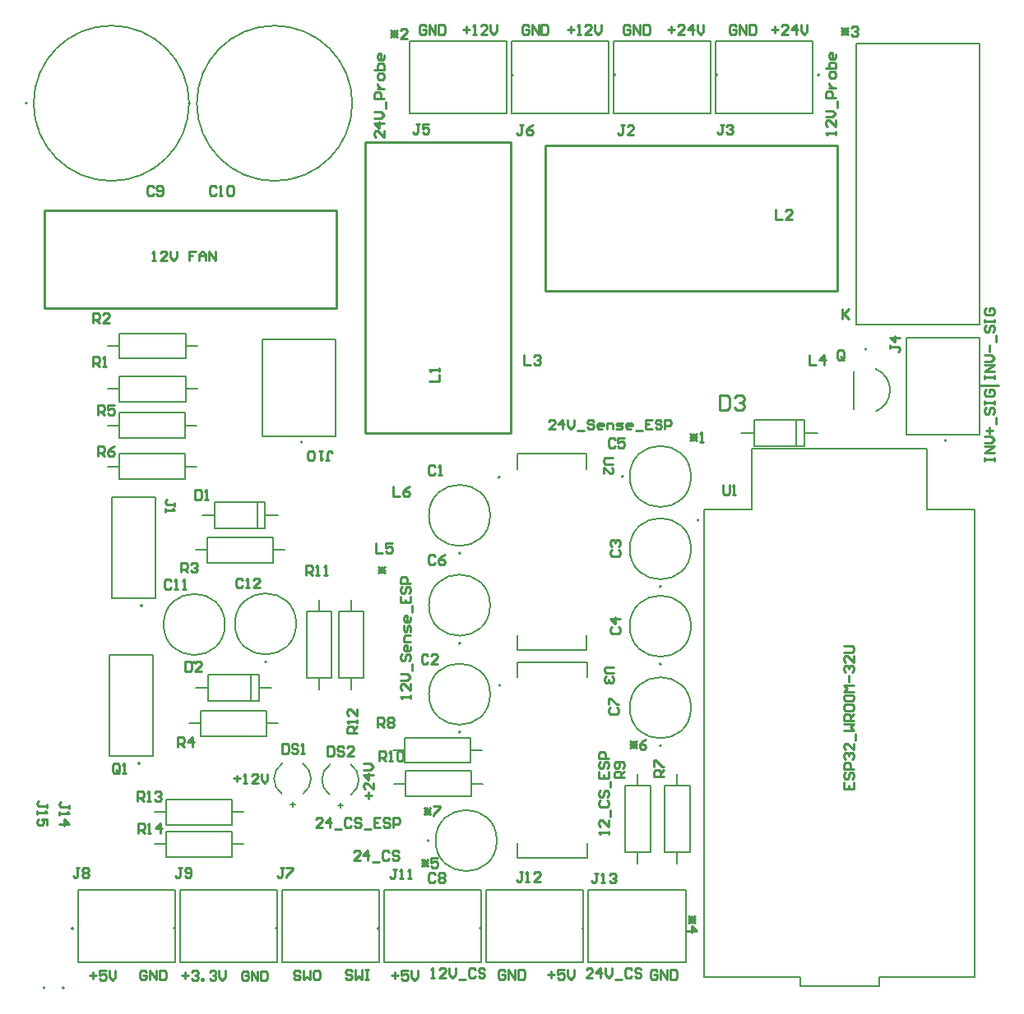
<source format=gto>
G04*
G04 #@! TF.GenerationSoftware,Altium Limited,Altium Designer,23.8.1 (32)*
G04*
G04 Layer_Color=65535*
%FSLAX44Y44*%
%MOMM*%
G71*
G04*
G04 #@! TF.SameCoordinates,2C0D8033-C631-4263-A1FA-4DCE3A031024*
G04*
G04*
G04 #@! TF.FilePolarity,Positive*
G04*
G01*
G75*
%ADD10C,0.2000*%
%ADD11C,0.1270*%
%ADD12C,0.2540*%
D10*
X1408280Y1213358D02*
G03*
X1408280Y1213358I-1000J0D01*
G01*
X1240520Y950076D02*
G03*
X1240520Y950076I-1000J0D01*
G01*
X812784Y686412D02*
G03*
X812784Y686412I-1000J0D01*
G01*
X832596Y686410D02*
G03*
X832596Y686410I-1000J0D01*
G01*
X1367254Y747710D02*
G03*
X1367254Y747710I-1000J0D01*
G01*
X962612Y1597910D02*
G03*
X962612Y1597910I-1000J0D01*
G01*
X794626Y1597914D02*
G03*
X794626Y1597914I-1000J0D01*
G01*
X1485980Y1168330D02*
G03*
X1485980Y1168330I-1000J0D01*
G01*
X967470Y1021904D02*
G03*
X967470Y1021904I-1000J0D01*
G01*
X1040876Y1022466D02*
G03*
X1040876Y1022466I-1000J0D01*
G01*
X1127839Y885447D02*
G03*
X1127394Y916736I-11001J15491D01*
G01*
X1106282D02*
G03*
X1105837Y885447I10556J-15798D01*
G01*
X1078563Y886463D02*
G03*
X1078118Y917752I-11001J15491D01*
G01*
X1057006D02*
G03*
X1056561Y886463I10556J-15798D01*
G01*
X1658658Y1344258D02*
G03*
X1658658Y1344258I-1000J0D01*
G01*
X1447276Y936052D02*
G03*
X1447276Y936052I-1000J0D01*
G01*
X1447280Y1099882D02*
G03*
X1447280Y1099882I-1000J0D01*
G01*
Y1020126D02*
G03*
X1447280Y1020126I-1000J0D01*
G01*
X1208378Y838200D02*
G03*
X1208378Y838200I-1000J0D01*
G01*
X1740900Y1250576D02*
G03*
X1740900Y1250576I-1000J0D01*
G01*
X1281262Y1212634D02*
G03*
X1281262Y1212634I-1000J0D01*
G01*
X1282024Y998258D02*
G03*
X1282024Y998258I-1000J0D01*
G01*
X1240520Y1134280D02*
G03*
X1240520Y1134280I-1000J0D01*
G01*
X1156980Y747710D02*
G03*
X1156980Y747710I-1000J0D01*
G01*
X1262098D02*
G03*
X1262098Y747710I-1000J0D01*
G01*
X1505054Y1627124D02*
G03*
X1505054Y1627124I-1000J0D01*
G01*
X1400044D02*
G03*
X1400044Y1627124I-1000J0D01*
G01*
X1294888D02*
G03*
X1294888Y1627124I-1000J0D01*
G01*
X1610064D02*
G03*
X1610064Y1627124I-1000J0D01*
G01*
X1077706Y1248652D02*
G03*
X1077706Y1248652I-1000J0D01*
G01*
X913114Y1080377D02*
G03*
X913114Y1080377I-1000J0D01*
G01*
X910574Y917817D02*
G03*
X910574Y917817I-1000J0D01*
G01*
X1052078Y747710D02*
G03*
X1052078Y747710I-1000J0D01*
G01*
X947138D02*
G03*
X947138Y747710I-1000J0D01*
G01*
X842020D02*
G03*
X842020Y747710I-1000J0D01*
G01*
X1240520Y1041770D02*
G03*
X1240520Y1041770I-1000J0D01*
G01*
X1114338Y874738D02*
X1119338D01*
X1116838Y872238D02*
Y877238D01*
X1065062Y875754D02*
X1070062D01*
X1067562Y873254D02*
Y878254D01*
D11*
X1477780Y1213358D02*
G03*
X1477780Y1213358I-31500J0D01*
G01*
X1271020Y989076D02*
G03*
X1271020Y989076I-31500J0D01*
G01*
X1129112Y1597910D02*
G03*
X1129112Y1597910I-80000J0D01*
G01*
X961126Y1597914D02*
G03*
X961126Y1597914I-80000J0D01*
G01*
X997970Y1060904D02*
G03*
X997970Y1060904I-31500J0D01*
G01*
X1071376Y1061466D02*
G03*
X1071376Y1061466I-31500J0D01*
G01*
X1668011Y1280469D02*
G03*
X1668011Y1324047I-8803J21789D01*
G01*
X1477776Y975052D02*
G03*
X1477776Y975052I-31500J0D01*
G01*
X1477780Y1138882D02*
G03*
X1477780Y1138882I-31500J0D01*
G01*
Y1059126D02*
G03*
X1477780Y1059126I-31500J0D01*
G01*
X1277878Y838200D02*
G03*
X1277878Y838200I-31500J0D01*
G01*
X1271020Y1173280D02*
G03*
X1271020Y1173280I-31500J0D01*
G01*
Y1080770D02*
G03*
X1271020Y1080770I-31500J0D01*
G01*
X1472254Y712710D02*
Y787710D01*
X1372254Y712710D02*
X1472254D01*
X1372254D02*
Y787710D01*
X1472254D01*
X1491180Y697630D02*
Y1179630D01*
X1770180Y697630D02*
Y1179630D01*
X1720680D02*
X1770180D01*
X1491180D02*
X1540680D01*
Y1241630D01*
X1720680D01*
Y1179630D02*
Y1241630D01*
X1491180Y697630D02*
X1589980D01*
Y688630D02*
Y697630D01*
Y688630D02*
X1671280D01*
Y697630D01*
X1770180D01*
X1529704Y1258062D02*
X1542704D01*
X1594704D02*
X1607704D01*
X1542704Y1244562D02*
Y1258062D01*
Y1271562D01*
X1594704Y1258062D02*
Y1271562D01*
Y1244562D02*
Y1258062D01*
X1586454Y1244562D02*
Y1271562D01*
X1542704D02*
X1586454D01*
X1594704D01*
X1586454Y1244562D02*
X1594704D01*
X1542704D02*
X1586454D01*
X1005432Y854664D02*
Y867664D01*
Y880664D01*
X937432D02*
X1005432D01*
X937432Y867664D02*
Y880664D01*
Y854664D02*
Y867664D01*
Y854664D02*
X1005432D01*
Y867664D02*
X1017232D01*
X925632D02*
X937432D01*
X1005550Y821644D02*
Y834644D01*
Y847644D01*
X937550D02*
X1005550D01*
X937550Y834644D02*
Y847644D01*
Y821644D02*
Y834644D01*
Y821644D02*
X1005550D01*
Y834644D02*
X1017350D01*
X925750D02*
X937550D01*
X1645708Y1283023D02*
Y1321493D01*
Y1283023D02*
Y1321493D01*
X1128014Y1074130D02*
X1141014D01*
X1115014D02*
X1128014D01*
X1115014Y1006130D02*
Y1074130D01*
Y1006130D02*
X1128014D01*
X1141014D01*
Y1074130D01*
X1128014D02*
Y1085930D01*
Y994330D02*
Y1006130D01*
X889036Y1223772D02*
Y1236772D01*
Y1210772D02*
Y1223772D01*
Y1210772D02*
X957036D01*
Y1223772D01*
Y1236772D01*
X889036D02*
X957036D01*
X877236Y1223772D02*
X889036D01*
X957036D02*
X968836D01*
X957038Y1252936D02*
Y1265936D01*
Y1278936D01*
X889038D02*
X957038D01*
X889038Y1265936D02*
Y1278936D01*
Y1252936D02*
Y1265936D01*
Y1252936D02*
X957038D01*
Y1265936D02*
X968838D01*
X877238D02*
X889038D01*
X1463548Y894552D02*
X1476548D01*
X1450548D02*
X1463548D01*
X1450548Y826552D02*
Y894552D01*
Y826552D02*
X1463548D01*
X1476548D01*
Y894552D01*
X1463548D02*
Y906352D01*
Y814752D02*
Y826552D01*
X1409908D02*
X1422908D01*
X1435908D01*
Y894552D01*
X1422908D02*
X1435908D01*
X1409908D02*
X1422908D01*
X1409908Y826552D02*
Y894552D01*
X1422908Y814752D02*
Y826552D01*
Y894552D02*
Y906352D01*
X1699900Y1256576D02*
Y1356576D01*
Y1256576D02*
X1774900D01*
Y1356576D01*
X1699900D02*
X1774900D01*
X1298662Y1221204D02*
Y1236634D01*
X1369862D01*
Y1221204D02*
Y1236634D01*
Y1034634D02*
Y1050064D01*
X1298662Y1034634D02*
X1369862D01*
X1298662D02*
Y1050064D01*
X1299424Y1006828D02*
Y1022258D01*
X1370624D01*
Y1006828D02*
Y1022258D01*
Y820258D02*
Y835688D01*
X1299424Y820258D02*
X1370624D01*
X1299424D02*
Y835688D01*
X1161980Y787710D02*
X1261980D01*
X1161980Y712710D02*
Y787710D01*
Y712710D02*
X1261980D01*
Y787710D01*
X1267098D02*
X1367098D01*
X1267098Y712710D02*
Y787710D01*
Y712710D02*
X1367098D01*
Y787710D01*
X1398054Y1587124D02*
X1498054D01*
Y1662124D01*
X1398054D02*
X1498054D01*
X1398054Y1587124D02*
Y1662124D01*
X1293044Y1587124D02*
X1393044D01*
Y1662124D01*
X1293044D02*
X1393044D01*
X1293044Y1587124D02*
Y1662124D01*
X1187888Y1587124D02*
X1287888D01*
Y1662124D01*
X1187888D02*
X1287888D01*
X1187888Y1587124D02*
Y1662124D01*
X1647790Y1369540D02*
Y1659490D01*
X1774790D01*
Y1369490D02*
Y1659490D01*
X1647790Y1369490D02*
X1774790D01*
X987460Y1159726D02*
X1031210D01*
X1039460D01*
X1031210Y1186726D02*
X1039460D01*
X987460D02*
X1031210D01*
Y1159726D02*
Y1186726D01*
X1039460Y1159726D02*
Y1173226D01*
Y1186726D01*
X987460Y1173226D02*
Y1186726D01*
Y1159726D02*
Y1173226D01*
X1039460D02*
X1052460D01*
X974460D02*
X987460D01*
X1047460Y1124666D02*
Y1137666D01*
Y1150666D01*
X979460D02*
X1047460D01*
X979460Y1137666D02*
Y1150666D01*
Y1124666D02*
Y1137666D01*
Y1124666D02*
X1047460D01*
Y1137666D02*
X1059260D01*
X967660D02*
X979460D01*
X1503064Y1587124D02*
X1603064D01*
Y1662124D01*
X1503064D02*
X1603064D01*
X1503064Y1587124D02*
Y1662124D01*
X1036706Y1254652D02*
Y1354652D01*
Y1254652D02*
X1111706D01*
Y1354652D01*
X1036706D02*
X1111706D01*
X981110Y982434D02*
X1024860D01*
X1033110D01*
X1024860Y1009434D02*
X1033110D01*
X981110D02*
X1024860D01*
Y982434D02*
Y1009434D01*
X1033110Y982434D02*
Y995934D01*
Y1009434D01*
X981110Y995934D02*
Y1009434D01*
Y982434D02*
Y995934D01*
X1033110D02*
X1046110D01*
X968110D02*
X981110D01*
X1041110Y946104D02*
Y959104D01*
Y972104D01*
X973110D02*
X1041110D01*
X973110Y959104D02*
Y972104D01*
Y946104D02*
Y959104D01*
Y946104D02*
X1041110D01*
Y959104D02*
X1052910D01*
X961310D02*
X973110D01*
X881789Y1087877D02*
X926239D01*
Y1192027D01*
X881789D02*
X926239D01*
X881789Y1087877D02*
Y1192027D01*
X879249Y925317D02*
X923699D01*
X879249D02*
Y1029467D01*
X923699D01*
Y925317D02*
Y1029467D01*
X1182660Y931418D02*
Y944418D01*
Y918418D02*
Y931418D01*
Y918418D02*
X1250660D01*
Y931418D01*
Y944418D01*
X1182660D02*
X1250660D01*
X1170860Y931418D02*
X1182660D01*
X1250660D02*
X1262460D01*
X1251930Y883874D02*
Y896874D01*
Y909874D01*
X1183930D02*
X1251930D01*
X1183930Y896874D02*
Y909874D01*
Y883874D02*
Y896874D01*
Y883874D02*
X1251930D01*
Y896874D02*
X1263730D01*
X1172130D02*
X1183930D01*
X1094994Y1074130D02*
X1107994D01*
X1081994D02*
X1094994D01*
X1081994Y1006130D02*
Y1074130D01*
Y1006130D02*
X1094994D01*
X1107994D01*
Y1074130D01*
X1094994D02*
Y1085930D01*
Y994330D02*
Y1006130D01*
X1057078Y787710D02*
X1157078D01*
X1057078Y712710D02*
Y787710D01*
Y712710D02*
X1157078D01*
Y787710D01*
X952138D02*
X1052138D01*
X952138Y712710D02*
Y787710D01*
Y712710D02*
X1052138D01*
Y787710D01*
X847020D02*
X947020D01*
X847020Y712710D02*
Y787710D01*
Y712710D02*
X947020D01*
Y787710D01*
X889544Y1303528D02*
Y1316528D01*
Y1290528D02*
Y1303528D01*
Y1290528D02*
X957544D01*
Y1303528D01*
Y1316528D01*
X889544D02*
X957544D01*
X877744Y1303528D02*
X889544D01*
X957544D02*
X969344D01*
X889544Y1347978D02*
Y1360978D01*
Y1334978D02*
Y1347978D01*
Y1334978D02*
X957544D01*
Y1347978D01*
Y1360978D01*
X889544D02*
X957544D01*
X877744Y1347978D02*
X889544D01*
X957544D02*
X969344D01*
D12*
X1628140Y1404366D02*
Y1554366D01*
X1328140Y1404366D02*
Y1554366D01*
X1628140D01*
X1328140Y1404366D02*
X1628140D01*
X1142352Y1558036D02*
X1292352D01*
X1142352Y1258036D02*
X1292352D01*
X1142352D02*
Y1558036D01*
X1292352Y1258036D02*
Y1558036D01*
X812520Y1387170D02*
X1112520D01*
X812520Y1487170D02*
X1112520D01*
Y1387170D02*
Y1487170D01*
X812520Y1387170D02*
Y1487170D01*
X1775154Y1306830D02*
X1794764D01*
X1635273Y898458D02*
Y891794D01*
X1645270D01*
Y898458D01*
X1640271Y891794D02*
Y895126D01*
X1636939Y908455D02*
X1635273Y906789D01*
Y903457D01*
X1636939Y901791D01*
X1638605D01*
X1640271Y903457D01*
Y906789D01*
X1641938Y908455D01*
X1643604D01*
X1645270Y906789D01*
Y903457D01*
X1643604Y901791D01*
X1645270Y911788D02*
X1635273D01*
Y916786D01*
X1636939Y918452D01*
X1640271D01*
X1641938Y916786D01*
Y911788D01*
X1636939Y921784D02*
X1635273Y923450D01*
Y926783D01*
X1636939Y928449D01*
X1638605D01*
X1640271Y926783D01*
Y925117D01*
Y926783D01*
X1641938Y928449D01*
X1643604D01*
X1645270Y926783D01*
Y923450D01*
X1643604Y921784D01*
X1645270Y938446D02*
Y931781D01*
X1638605Y938446D01*
X1636939D01*
X1635273Y936779D01*
Y933447D01*
X1636939Y931781D01*
X1646936Y941778D02*
Y948442D01*
X1635273Y951775D02*
X1645270D01*
X1641938Y955107D01*
X1645270Y958439D01*
X1635273D01*
X1645270Y961771D02*
X1635273D01*
Y966770D01*
X1636939Y968436D01*
X1640271D01*
X1641938Y966770D01*
Y961771D01*
Y965104D02*
X1645270Y968436D01*
X1635273Y976767D02*
Y973434D01*
X1636939Y971768D01*
X1643604D01*
X1645270Y973434D01*
Y976767D01*
X1643604Y978433D01*
X1636939D01*
X1635273Y976767D01*
Y986763D02*
Y983431D01*
X1636939Y981765D01*
X1643604D01*
X1645270Y983431D01*
Y986763D01*
X1643604Y988429D01*
X1636939D01*
X1635273Y986763D01*
X1645270Y991762D02*
X1635273D01*
X1638605Y995094D01*
X1635273Y998426D01*
X1645270D01*
X1640271Y1001759D02*
Y1008423D01*
X1636939Y1011755D02*
X1635273Y1013421D01*
Y1016754D01*
X1636939Y1018420D01*
X1638605D01*
X1640271Y1016754D01*
Y1015088D01*
Y1016754D01*
X1641938Y1018420D01*
X1643604D01*
X1645270Y1016754D01*
Y1013421D01*
X1643604Y1011755D01*
X1645270Y1028417D02*
Y1021752D01*
X1638605Y1028417D01*
X1636939D01*
X1635273Y1026750D01*
Y1023418D01*
X1636939Y1021752D01*
X1635273Y1031749D02*
X1643604D01*
X1645270Y1033415D01*
Y1036747D01*
X1643604Y1038413D01*
X1635273D01*
X1188832Y985012D02*
Y988344D01*
Y986678D01*
X1178835D01*
X1180501Y985012D01*
X1188832Y1000007D02*
Y993343D01*
X1182167Y1000007D01*
X1180501D01*
X1178835Y998341D01*
Y995009D01*
X1180501Y993343D01*
X1178835Y1003339D02*
X1185500D01*
X1188832Y1006672D01*
X1185500Y1010004D01*
X1178835D01*
X1190498Y1013336D02*
Y1020001D01*
X1180501Y1029997D02*
X1178835Y1028331D01*
Y1024999D01*
X1180501Y1023333D01*
X1182167D01*
X1183833Y1024999D01*
Y1028331D01*
X1185500Y1029997D01*
X1187166D01*
X1188832Y1028331D01*
Y1024999D01*
X1187166Y1023333D01*
X1188832Y1038328D02*
Y1034996D01*
X1187166Y1033330D01*
X1183833D01*
X1182167Y1034996D01*
Y1038328D01*
X1183833Y1039994D01*
X1185500D01*
Y1033330D01*
X1188832Y1043326D02*
X1182167D01*
Y1048325D01*
X1183833Y1049991D01*
X1188832D01*
Y1053323D02*
Y1058322D01*
X1187166Y1059988D01*
X1185500Y1058322D01*
Y1054989D01*
X1183833Y1053323D01*
X1182167Y1054989D01*
Y1059988D01*
X1188832Y1068318D02*
Y1064986D01*
X1187166Y1063320D01*
X1183833D01*
X1182167Y1064986D01*
Y1068318D01*
X1183833Y1069985D01*
X1185500D01*
Y1063320D01*
X1190498Y1073317D02*
Y1079981D01*
X1178835Y1089978D02*
Y1083314D01*
X1188832D01*
Y1089978D01*
X1183833Y1083314D02*
Y1086646D01*
X1180501Y1099975D02*
X1178835Y1098309D01*
Y1094977D01*
X1180501Y1093310D01*
X1182167D01*
X1183833Y1094977D01*
Y1098309D01*
X1185500Y1099975D01*
X1187166D01*
X1188832Y1098309D01*
Y1094977D01*
X1187166Y1093310D01*
X1188832Y1103307D02*
X1178835D01*
Y1108306D01*
X1180501Y1109972D01*
X1183833D01*
X1185500Y1108306D01*
Y1103307D01*
X1337625Y1262014D02*
X1330960D01*
X1337625Y1268679D01*
Y1270345D01*
X1335958Y1272011D01*
X1332626D01*
X1330960Y1270345D01*
X1345955Y1262014D02*
Y1272011D01*
X1340957Y1267012D01*
X1347621D01*
X1350954Y1272011D02*
Y1265346D01*
X1354286Y1262014D01*
X1357618Y1265346D01*
Y1272011D01*
X1360950Y1260348D02*
X1367615D01*
X1377612Y1270345D02*
X1375945Y1272011D01*
X1372613D01*
X1370947Y1270345D01*
Y1268679D01*
X1372613Y1267012D01*
X1375945D01*
X1377612Y1265346D01*
Y1263680D01*
X1375945Y1262014D01*
X1372613D01*
X1370947Y1263680D01*
X1385942Y1262014D02*
X1382610D01*
X1380944Y1263680D01*
Y1267012D01*
X1382610Y1268679D01*
X1385942D01*
X1387608Y1267012D01*
Y1265346D01*
X1380944D01*
X1390941Y1262014D02*
Y1268679D01*
X1395939D01*
X1397605Y1267012D01*
Y1262014D01*
X1400938D02*
X1405936D01*
X1407602Y1263680D01*
X1405936Y1265346D01*
X1402604D01*
X1400938Y1267012D01*
X1402604Y1268679D01*
X1407602D01*
X1415933Y1262014D02*
X1412600D01*
X1410934Y1263680D01*
Y1267012D01*
X1412600Y1268679D01*
X1415933D01*
X1417599Y1267012D01*
Y1265346D01*
X1410934D01*
X1420931Y1260348D02*
X1427596D01*
X1437592Y1272011D02*
X1430928D01*
Y1262014D01*
X1437592D01*
X1430928Y1267012D02*
X1434260D01*
X1447589Y1270345D02*
X1445923Y1272011D01*
X1442591D01*
X1440925Y1270345D01*
Y1268679D01*
X1442591Y1267012D01*
X1445923D01*
X1447589Y1265346D01*
Y1263680D01*
X1445923Y1262014D01*
X1442591D01*
X1440925Y1263680D01*
X1450921Y1262014D02*
Y1272011D01*
X1455920D01*
X1457586Y1270345D01*
Y1267012D01*
X1455920Y1265346D01*
X1450921D01*
X1136964Y818022D02*
X1130300D01*
X1136964Y824687D01*
Y826353D01*
X1135298Y828019D01*
X1131966D01*
X1130300Y826353D01*
X1145295Y818022D02*
Y828019D01*
X1140297Y823020D01*
X1146961D01*
X1150294Y816356D02*
X1156958D01*
X1166955Y826353D02*
X1165289Y828019D01*
X1161956D01*
X1160290Y826353D01*
Y819688D01*
X1161956Y818022D01*
X1165289D01*
X1166955Y819688D01*
X1176952Y826353D02*
X1175285Y828019D01*
X1171953D01*
X1170287Y826353D01*
Y824687D01*
X1171953Y823020D01*
X1175285D01*
X1176952Y821354D01*
Y819688D01*
X1175285Y818022D01*
X1171953D01*
X1170287Y819688D01*
X1098102Y851804D02*
X1091438D01*
X1098102Y858469D01*
Y860135D01*
X1096436Y861801D01*
X1093104D01*
X1091438Y860135D01*
X1106433Y851804D02*
Y861801D01*
X1101435Y856803D01*
X1108099D01*
X1111432Y850138D02*
X1118096D01*
X1128093Y860135D02*
X1126427Y861801D01*
X1123094D01*
X1121428Y860135D01*
Y853470D01*
X1123094Y851804D01*
X1126427D01*
X1128093Y853470D01*
X1138090Y860135D02*
X1136423Y861801D01*
X1133091D01*
X1131425Y860135D01*
Y858469D01*
X1133091Y856803D01*
X1136423D01*
X1138090Y855136D01*
Y853470D01*
X1136423Y851804D01*
X1133091D01*
X1131425Y853470D01*
X1141422Y850138D02*
X1148086D01*
X1158083Y861801D02*
X1151419D01*
Y851804D01*
X1158083D01*
X1151419Y856803D02*
X1154751D01*
X1168080Y860135D02*
X1166414Y861801D01*
X1163082D01*
X1161415Y860135D01*
Y858469D01*
X1163082Y856803D01*
X1166414D01*
X1168080Y855136D01*
Y853470D01*
X1166414Y851804D01*
X1163082D01*
X1161415Y853470D01*
X1171412Y851804D02*
Y861801D01*
X1176411D01*
X1178077Y860135D01*
Y856803D01*
X1176411Y855136D01*
X1171412D01*
X1393048Y844550D02*
Y847882D01*
Y846216D01*
X1383051D01*
X1384717Y844550D01*
X1393048Y859545D02*
Y852881D01*
X1386383Y859545D01*
X1384717D01*
X1383051Y857879D01*
Y854547D01*
X1384717Y852881D01*
X1394714Y862877D02*
Y869542D01*
X1384717Y879539D02*
X1383051Y877873D01*
Y874540D01*
X1384717Y872874D01*
X1391382D01*
X1393048Y874540D01*
Y877873D01*
X1391382Y879539D01*
X1384717Y889536D02*
X1383051Y887869D01*
Y884537D01*
X1384717Y882871D01*
X1386383D01*
X1388049Y884537D01*
Y887869D01*
X1389716Y889536D01*
X1391382D01*
X1393048Y887869D01*
Y884537D01*
X1391382Y882871D01*
X1394714Y892868D02*
Y899532D01*
X1383051Y909529D02*
Y902865D01*
X1393048D01*
Y909529D01*
X1388049Y902865D02*
Y906197D01*
X1384717Y919526D02*
X1383051Y917860D01*
Y914528D01*
X1384717Y912861D01*
X1386383D01*
X1388049Y914528D01*
Y917860D01*
X1389716Y919526D01*
X1391382D01*
X1393048Y917860D01*
Y914528D01*
X1391382Y912861D01*
X1393048Y922858D02*
X1383051D01*
Y927857D01*
X1384717Y929523D01*
X1388049D01*
X1389716Y927857D01*
Y922858D01*
X1161908Y1569272D02*
Y1562608D01*
X1155243Y1569272D01*
X1153577D01*
X1151911Y1567606D01*
Y1564274D01*
X1153577Y1562608D01*
X1161908Y1577603D02*
X1151911D01*
X1156909Y1572605D01*
Y1579269D01*
X1151911Y1582602D02*
X1158576D01*
X1161908Y1585934D01*
X1158576Y1589266D01*
X1151911D01*
X1163574Y1592598D02*
Y1599263D01*
X1161908Y1602595D02*
X1151911D01*
Y1607594D01*
X1153577Y1609260D01*
X1156909D01*
X1158576Y1607594D01*
Y1602595D01*
X1155243Y1612592D02*
X1161908D01*
X1158576D01*
X1156909Y1614258D01*
X1155243Y1615924D01*
Y1617590D01*
X1161908Y1624255D02*
Y1627587D01*
X1160242Y1629253D01*
X1156909D01*
X1155243Y1627587D01*
Y1624255D01*
X1156909Y1622589D01*
X1160242D01*
X1161908Y1624255D01*
X1151911Y1632585D02*
X1161908D01*
Y1637584D01*
X1160242Y1639250D01*
X1158576D01*
X1156909D01*
X1155243Y1637584D01*
Y1632585D01*
X1161908Y1647581D02*
Y1644248D01*
X1160242Y1642582D01*
X1156909D01*
X1155243Y1644248D01*
Y1647581D01*
X1156909Y1649247D01*
X1158576D01*
Y1642582D01*
X1626474Y1565402D02*
Y1568734D01*
Y1567068D01*
X1616477D01*
X1618143Y1565402D01*
X1626474Y1580397D02*
Y1573733D01*
X1619809Y1580397D01*
X1618143D01*
X1616477Y1578731D01*
Y1575399D01*
X1618143Y1573733D01*
X1616477Y1583729D02*
X1623142D01*
X1626474Y1587062D01*
X1623142Y1590394D01*
X1616477D01*
X1628140Y1593726D02*
Y1600391D01*
X1626474Y1603723D02*
X1616477D01*
Y1608721D01*
X1618143Y1610388D01*
X1621476D01*
X1623142Y1608721D01*
Y1603723D01*
X1619809Y1613720D02*
X1626474D01*
X1623142D01*
X1621476Y1615386D01*
X1619809Y1617052D01*
Y1618718D01*
X1626474Y1625383D02*
Y1628715D01*
X1624808Y1630381D01*
X1621476D01*
X1619809Y1628715D01*
Y1625383D01*
X1621476Y1623716D01*
X1624808D01*
X1626474Y1625383D01*
X1616477Y1633713D02*
X1626474D01*
Y1638712D01*
X1624808Y1640378D01*
X1623142D01*
X1621476D01*
X1619809Y1638712D01*
Y1633713D01*
X1626474Y1648708D02*
Y1645376D01*
X1624808Y1643710D01*
X1621476D01*
X1619809Y1645376D01*
Y1648708D01*
X1621476Y1650375D01*
X1623142D01*
Y1643710D01*
X1169670Y699434D02*
X1176335D01*
X1173002Y702767D02*
Y696102D01*
X1186331Y704433D02*
X1179667D01*
Y699434D01*
X1182999Y701100D01*
X1184665D01*
X1186331Y699434D01*
Y696102D01*
X1184665Y694436D01*
X1181333D01*
X1179667Y696102D01*
X1189664Y704433D02*
Y697768D01*
X1192996Y694436D01*
X1196328Y697768D01*
Y704433D01*
X1443289Y703271D02*
X1441622Y704937D01*
X1438290D01*
X1436624Y703271D01*
Y696606D01*
X1438290Y694940D01*
X1441622D01*
X1443289Y696606D01*
Y699938D01*
X1439956D01*
X1446621Y694940D02*
Y704937D01*
X1453285Y694940D01*
Y704937D01*
X1456618D02*
Y694940D01*
X1461616D01*
X1463282Y696606D01*
Y703271D01*
X1461616Y704937D01*
X1456618D01*
X1376487Y696606D02*
X1369822D01*
X1376487Y703271D01*
Y704937D01*
X1374820Y706603D01*
X1371488D01*
X1369822Y704937D01*
X1384817Y696606D02*
Y706603D01*
X1379819Y701605D01*
X1386483D01*
X1389816Y706603D02*
Y699938D01*
X1393148Y696606D01*
X1396480Y699938D01*
Y706603D01*
X1399812Y694940D02*
X1406477D01*
X1416474Y704937D02*
X1414807Y706603D01*
X1411475D01*
X1409809Y704937D01*
Y698272D01*
X1411475Y696606D01*
X1414807D01*
X1416474Y698272D01*
X1426470Y704937D02*
X1424804Y706603D01*
X1421472D01*
X1419806Y704937D01*
Y703271D01*
X1421472Y701605D01*
X1424804D01*
X1426470Y699938D01*
Y698272D01*
X1424804Y696606D01*
X1421472D01*
X1419806Y698272D01*
X1330452Y699938D02*
X1337117D01*
X1333784Y703271D02*
Y696606D01*
X1347113Y704937D02*
X1340449D01*
Y699938D01*
X1343781Y701605D01*
X1345447D01*
X1347113Y699938D01*
Y696606D01*
X1345447Y694940D01*
X1342115D01*
X1340449Y696606D01*
X1350446Y704937D02*
Y698272D01*
X1353778Y694940D01*
X1357110Y698272D01*
Y704937D01*
X1286570Y703271D02*
X1284904Y704937D01*
X1281572D01*
X1279906Y703271D01*
Y696606D01*
X1281572Y694940D01*
X1284904D01*
X1286570Y696606D01*
Y699938D01*
X1283238D01*
X1289903Y694940D02*
Y704937D01*
X1296567Y694940D01*
Y704937D01*
X1299900D02*
Y694940D01*
X1304898D01*
X1306564Y696606D01*
Y703271D01*
X1304898Y704937D01*
X1299900D01*
X1210564Y696606D02*
X1213896D01*
X1212230D01*
Y706603D01*
X1210564Y704937D01*
X1225559Y696606D02*
X1218895D01*
X1225559Y703271D01*
Y704937D01*
X1223893Y706603D01*
X1220561D01*
X1218895Y704937D01*
X1228891Y706603D02*
Y699938D01*
X1232224Y696606D01*
X1235556Y699938D01*
Y706603D01*
X1238888Y694940D02*
X1245553D01*
X1255549Y704937D02*
X1253883Y706603D01*
X1250551D01*
X1248885Y704937D01*
Y698272D01*
X1250551Y696606D01*
X1253883D01*
X1255549Y698272D01*
X1265546Y704937D02*
X1263880Y706603D01*
X1260548D01*
X1258882Y704937D01*
Y703271D01*
X1260548Y701605D01*
X1263880D01*
X1265546Y699938D01*
Y698272D01*
X1263880Y696606D01*
X1260548D01*
X1258882Y698272D01*
X923290Y1435608D02*
X926622D01*
X924956D01*
Y1445605D01*
X923290Y1443939D01*
X938285Y1435608D02*
X931621D01*
X938285Y1442272D01*
Y1443939D01*
X936619Y1445605D01*
X933287D01*
X931621Y1443939D01*
X941617Y1445605D02*
Y1438940D01*
X944950Y1435608D01*
X948282Y1438940D01*
Y1445605D01*
X968276D02*
X961611D01*
Y1440606D01*
X964943D01*
X961611D01*
Y1435608D01*
X971608D02*
Y1442272D01*
X974940Y1445605D01*
X978272Y1442272D01*
Y1435608D01*
Y1440606D01*
X971608D01*
X981605Y1435608D02*
Y1445605D01*
X988269Y1435608D01*
Y1445605D01*
X1129090Y703275D02*
X1127424Y704941D01*
X1124092D01*
X1122426Y703275D01*
Y701609D01*
X1124092Y699942D01*
X1127424D01*
X1129090Y698276D01*
Y696610D01*
X1127424Y694944D01*
X1124092D01*
X1122426Y696610D01*
X1132423Y704941D02*
Y694944D01*
X1135755Y698276D01*
X1139087Y694944D01*
Y704941D01*
X1142420D02*
X1145752D01*
X1144086D01*
Y694944D01*
X1142420D01*
X1145752D01*
X1075751Y703021D02*
X1074084Y704687D01*
X1070752D01*
X1069086Y703021D01*
Y701355D01*
X1070752Y699688D01*
X1074084D01*
X1075751Y698022D01*
Y696356D01*
X1074084Y694690D01*
X1070752D01*
X1069086Y696356D01*
X1079083Y704687D02*
Y694690D01*
X1082415Y698022D01*
X1085747Y694690D01*
Y704687D01*
X1094078D02*
X1090746D01*
X1089080Y703021D01*
Y696356D01*
X1090746Y694690D01*
X1094078D01*
X1095744Y696356D01*
Y703021D01*
X1094078Y704687D01*
X1021902Y702259D02*
X1020236Y703925D01*
X1016904D01*
X1015238Y702259D01*
Y695594D01*
X1016904Y693928D01*
X1020236D01*
X1021902Y695594D01*
Y698926D01*
X1018570D01*
X1025235Y693928D02*
Y703925D01*
X1031899Y693928D01*
Y703925D01*
X1035232D02*
Y693928D01*
X1040230D01*
X1041896Y695594D01*
Y702259D01*
X1040230Y703925D01*
X1035232D01*
X953770Y699180D02*
X960434D01*
X957102Y702513D02*
Y695848D01*
X963767Y702513D02*
X965433Y704179D01*
X968765D01*
X970431Y702513D01*
Y700846D01*
X968765Y699180D01*
X967099D01*
X968765D01*
X970431Y697514D01*
Y695848D01*
X968765Y694182D01*
X965433D01*
X963767Y695848D01*
X973764Y694182D02*
Y695848D01*
X975430D01*
Y694182D01*
X973764D01*
X982094Y702513D02*
X983760Y704179D01*
X987093D01*
X988759Y702513D01*
Y700846D01*
X987093Y699180D01*
X985426D01*
X987093D01*
X988759Y697514D01*
Y695848D01*
X987093Y694182D01*
X983760D01*
X982094Y695848D01*
X992091Y704179D02*
Y697514D01*
X995423Y694182D01*
X998755Y697514D01*
Y704179D01*
X858774Y699180D02*
X865439D01*
X862106Y702513D02*
Y695848D01*
X875435Y704179D02*
X868771D01*
Y699180D01*
X872103Y700846D01*
X873769D01*
X875435Y699180D01*
Y695848D01*
X873769Y694182D01*
X870437D01*
X868771Y695848D01*
X878768Y704179D02*
Y697514D01*
X882100Y694182D01*
X885432Y697514D01*
Y704179D01*
X917508Y703021D02*
X915842Y704687D01*
X912510D01*
X910844Y703021D01*
Y696356D01*
X912510Y694690D01*
X915842D01*
X917508Y696356D01*
Y699688D01*
X914176D01*
X920841Y694690D02*
Y704687D01*
X927505Y694690D01*
Y704687D01*
X930838D02*
Y694690D01*
X935836D01*
X937502Y696356D01*
Y703021D01*
X935836Y704687D01*
X930838D01*
X1243076Y1673528D02*
X1249741D01*
X1246408Y1676861D02*
Y1670196D01*
X1253073Y1668530D02*
X1256405D01*
X1254739D01*
Y1678527D01*
X1253073Y1676861D01*
X1268068Y1668530D02*
X1261403D01*
X1268068Y1675195D01*
Y1676861D01*
X1266402Y1678527D01*
X1263070D01*
X1261403Y1676861D01*
X1271400Y1678527D02*
Y1671862D01*
X1274733Y1668530D01*
X1278065Y1671862D01*
Y1678527D01*
X1780053Y1229360D02*
Y1232692D01*
Y1231026D01*
X1790050D01*
Y1229360D01*
Y1232692D01*
Y1237691D02*
X1780053D01*
X1790050Y1244355D01*
X1780053D01*
Y1247687D02*
X1786718D01*
X1790050Y1251020D01*
X1786718Y1254352D01*
X1780053D01*
X1785052Y1257684D02*
Y1264349D01*
X1781719Y1261016D02*
X1788384D01*
X1791716Y1267681D02*
Y1274345D01*
X1781719Y1284342D02*
X1780053Y1282676D01*
Y1279344D01*
X1781719Y1277678D01*
X1783385D01*
X1785052Y1279344D01*
Y1282676D01*
X1786718Y1284342D01*
X1788384D01*
X1790050Y1282676D01*
Y1279344D01*
X1788384Y1277678D01*
X1780053Y1287675D02*
Y1291007D01*
Y1289341D01*
X1790050D01*
Y1287675D01*
Y1291007D01*
X1781719Y1302670D02*
X1780053Y1301004D01*
Y1297671D01*
X1781719Y1296005D01*
X1788384D01*
X1790050Y1297671D01*
Y1301004D01*
X1788384Y1302670D01*
X1785052D01*
Y1299337D01*
X1780307Y1313688D02*
Y1317020D01*
Y1315354D01*
X1790304D01*
Y1313688D01*
Y1317020D01*
Y1322019D02*
X1780307D01*
X1790304Y1328683D01*
X1780307D01*
Y1332015D02*
X1786972D01*
X1790304Y1335348D01*
X1786972Y1338680D01*
X1780307D01*
X1785305Y1342012D02*
Y1348677D01*
X1791970Y1352009D02*
Y1358674D01*
X1781973Y1368670D02*
X1780307Y1367004D01*
Y1363672D01*
X1781973Y1362006D01*
X1783639D01*
X1785305Y1363672D01*
Y1367004D01*
X1786972Y1368670D01*
X1788638D01*
X1790304Y1367004D01*
Y1363672D01*
X1788638Y1362006D01*
X1780307Y1372003D02*
Y1375335D01*
Y1373669D01*
X1790304D01*
Y1372003D01*
Y1375335D01*
X1781973Y1386998D02*
X1780307Y1385332D01*
Y1381999D01*
X1781973Y1380333D01*
X1788638D01*
X1790304Y1381999D01*
Y1385332D01*
X1788638Y1386998D01*
X1785305D01*
Y1383665D01*
X1204782Y1676861D02*
X1203116Y1678527D01*
X1199784D01*
X1198118Y1676861D01*
Y1670196D01*
X1199784Y1668530D01*
X1203116D01*
X1204782Y1670196D01*
Y1673528D01*
X1201450D01*
X1208115Y1668530D02*
Y1678527D01*
X1214779Y1668530D01*
Y1678527D01*
X1218112D02*
Y1668530D01*
X1223110D01*
X1224776Y1670196D01*
Y1676861D01*
X1223110Y1678527D01*
X1218112D01*
X1310701Y1676861D02*
X1309034Y1678527D01*
X1305702D01*
X1304036Y1676861D01*
Y1670196D01*
X1305702Y1668530D01*
X1309034D01*
X1310701Y1670196D01*
Y1673528D01*
X1307368D01*
X1314033Y1668530D02*
Y1678527D01*
X1320697Y1668530D01*
Y1678527D01*
X1324030D02*
Y1668530D01*
X1329028D01*
X1330694Y1670196D01*
Y1676861D01*
X1329028Y1678527D01*
X1324030D01*
X1560830Y1673528D02*
X1567495D01*
X1564162Y1676861D02*
Y1670196D01*
X1577491Y1668530D02*
X1570827D01*
X1577491Y1675195D01*
Y1676861D01*
X1575825Y1678527D01*
X1572493D01*
X1570827Y1676861D01*
X1585822Y1668530D02*
Y1678527D01*
X1580824Y1673528D01*
X1587488D01*
X1590820Y1678527D02*
Y1671862D01*
X1594153Y1668530D01*
X1597485Y1671862D01*
Y1678527D01*
X1350518Y1673528D02*
X1357182D01*
X1353850Y1676861D02*
Y1670196D01*
X1360515Y1668530D02*
X1363847D01*
X1362181D01*
Y1678527D01*
X1360515Y1676861D01*
X1375510Y1668530D02*
X1368845D01*
X1375510Y1675195D01*
Y1676861D01*
X1373844Y1678527D01*
X1370512D01*
X1368845Y1676861D01*
X1378842Y1678527D02*
Y1671862D01*
X1382175Y1668530D01*
X1385507Y1671862D01*
Y1678527D01*
X1415349Y1676861D02*
X1413682Y1678527D01*
X1410350D01*
X1408684Y1676861D01*
Y1670196D01*
X1410350Y1668530D01*
X1413682D01*
X1415349Y1670196D01*
Y1673528D01*
X1412016D01*
X1418681Y1668530D02*
Y1678527D01*
X1425345Y1668530D01*
Y1678527D01*
X1428678D02*
Y1668530D01*
X1433676D01*
X1435342Y1670196D01*
Y1676861D01*
X1433676Y1678527D01*
X1428678D01*
X1524315Y1676861D02*
X1522648Y1678527D01*
X1519316D01*
X1517650Y1676861D01*
Y1670196D01*
X1519316Y1668530D01*
X1522648D01*
X1524315Y1670196D01*
Y1673528D01*
X1520982D01*
X1527647Y1668530D02*
Y1678527D01*
X1534311Y1668530D01*
Y1678527D01*
X1537644D02*
Y1668530D01*
X1542642D01*
X1544308Y1670196D01*
Y1676861D01*
X1542642Y1678527D01*
X1537644D01*
X1454150Y1673528D02*
X1460815D01*
X1457482Y1676861D02*
Y1670196D01*
X1470811Y1668530D02*
X1464147D01*
X1470811Y1675195D01*
Y1676861D01*
X1469145Y1678527D01*
X1465813D01*
X1464147Y1676861D01*
X1479142Y1668530D02*
Y1678527D01*
X1474144Y1673528D01*
X1480808D01*
X1484140Y1678527D02*
Y1671862D01*
X1487473Y1668530D01*
X1490805Y1671862D01*
Y1678527D01*
X1146130Y881126D02*
Y887791D01*
X1142797Y884458D02*
X1149462D01*
X1151128Y897787D02*
Y891123D01*
X1144464Y897787D01*
X1142797D01*
X1141131Y896121D01*
Y892789D01*
X1142797Y891123D01*
X1151128Y906118D02*
X1141131D01*
X1146130Y901120D01*
Y907784D01*
X1141131Y911116D02*
X1147796D01*
X1151128Y914449D01*
X1147796Y917781D01*
X1141131D01*
X1007110Y902126D02*
X1013774D01*
X1010442Y905459D02*
Y898794D01*
X1017107Y897128D02*
X1020439D01*
X1018773D01*
Y907125D01*
X1017107Y905459D01*
X1032102Y897128D02*
X1025437D01*
X1032102Y903792D01*
Y905459D01*
X1030436Y907125D01*
X1027104D01*
X1025437Y905459D01*
X1035434Y907125D02*
Y900460D01*
X1038766Y897128D01*
X1042099Y900460D01*
Y907125D01*
X814750Y872225D02*
Y875558D01*
Y873892D01*
X806420D01*
X804754Y875558D01*
Y877224D01*
X806420Y878890D01*
X804754Y868893D02*
Y865561D01*
Y867227D01*
X814750D01*
X813084Y868893D01*
X814750Y853898D02*
Y860563D01*
X809752D01*
X811418Y857230D01*
Y855564D01*
X809752Y853898D01*
X806420D01*
X804754Y855564D01*
Y858896D01*
X806420Y860563D01*
X837356Y871463D02*
Y874796D01*
Y873130D01*
X829026D01*
X827360Y874796D01*
Y876462D01*
X829026Y878128D01*
X827360Y868131D02*
Y864799D01*
Y866465D01*
X837356D01*
X835690Y868131D01*
X827360Y854802D02*
X837356D01*
X832358Y859800D01*
Y853136D01*
X1382240Y804590D02*
X1378908D01*
X1380574D01*
Y796260D01*
X1378908Y794594D01*
X1377242D01*
X1375576Y796260D01*
X1385573Y794594D02*
X1388905D01*
X1387239D01*
Y804590D01*
X1385573Y802924D01*
X1393903D02*
X1395569Y804590D01*
X1398902D01*
X1400568Y802924D01*
Y801258D01*
X1398902Y799592D01*
X1397236D01*
X1398902D01*
X1400568Y797926D01*
Y796260D01*
X1398902Y794594D01*
X1395569D01*
X1393903Y796260D01*
X1507236Y1297173D02*
Y1281938D01*
X1514854D01*
X1517393Y1284477D01*
Y1294634D01*
X1514854Y1297173D01*
X1507236D01*
X1522471Y1294634D02*
X1525010Y1297173D01*
X1530089D01*
X1532628Y1294634D01*
Y1292095D01*
X1530089Y1289556D01*
X1527549D01*
X1530089D01*
X1532628Y1287016D01*
Y1284477D01*
X1530089Y1281938D01*
X1525010D01*
X1522471Y1284477D01*
X1016011Y1106962D02*
X1014344Y1108628D01*
X1011012D01*
X1009346Y1106962D01*
Y1100298D01*
X1011012Y1098632D01*
X1014344D01*
X1016011Y1100298D01*
X1019343Y1098632D02*
X1022675D01*
X1021009D01*
Y1108628D01*
X1019343Y1106962D01*
X1034338Y1098632D02*
X1027673D01*
X1034338Y1105296D01*
Y1106962D01*
X1032672Y1108628D01*
X1029340D01*
X1027673Y1106962D01*
X942747Y1105438D02*
X941081Y1107104D01*
X937748D01*
X936082Y1105438D01*
Y1098774D01*
X937748Y1097108D01*
X941081D01*
X942747Y1098774D01*
X946079Y1097108D02*
X949411D01*
X947745D01*
Y1107104D01*
X946079Y1105438D01*
X954410Y1097108D02*
X957742D01*
X956076D01*
Y1107104D01*
X954410Y1105438D01*
X1103509Y935400D02*
Y925404D01*
X1108507D01*
X1110173Y927070D01*
Y933734D01*
X1108507Y935400D01*
X1103509D01*
X1120170Y933734D02*
X1118504Y935400D01*
X1115172D01*
X1113506Y933734D01*
Y932068D01*
X1115172Y930402D01*
X1118504D01*
X1120170Y928736D01*
Y927070D01*
X1118504Y925404D01*
X1115172D01*
X1113506Y927070D01*
X1130167Y925404D02*
X1123503D01*
X1130167Y932068D01*
Y933734D01*
X1128501Y935400D01*
X1125169D01*
X1123503Y933734D01*
X1056661Y937686D02*
Y927690D01*
X1061659D01*
X1063326Y929356D01*
Y936020D01*
X1061659Y937686D01*
X1056661D01*
X1073322Y936020D02*
X1071656Y937686D01*
X1068324D01*
X1066658Y936020D01*
Y934354D01*
X1068324Y932688D01*
X1071656D01*
X1073322Y931022D01*
Y929356D01*
X1071656Y927690D01*
X1068324D01*
X1066658Y929356D01*
X1076655Y927690D02*
X1079987D01*
X1078321D01*
Y937686D01*
X1076655Y936020D01*
X908508Y846156D02*
Y856152D01*
X913506D01*
X915173Y854486D01*
Y851154D01*
X913506Y849488D01*
X908508D01*
X911840D02*
X915173Y846156D01*
X918505D02*
X921837D01*
X920171D01*
Y856152D01*
X918505Y854486D01*
X931834Y846156D02*
Y856152D01*
X926835Y851154D01*
X933500D01*
X907746Y879176D02*
Y889172D01*
X912744D01*
X914410Y887506D01*
Y884174D01*
X912744Y882508D01*
X907746D01*
X911078D02*
X914410Y879176D01*
X917743D02*
X921075D01*
X919409D01*
Y889172D01*
X917743Y887506D01*
X926074D02*
X927740Y889172D01*
X931072D01*
X932738Y887506D01*
Y885840D01*
X931072Y884174D01*
X929406D01*
X931072D01*
X932738Y882508D01*
Y880842D01*
X931072Y879176D01*
X927740D01*
X926074Y880842D01*
X988832Y1511330D02*
X987166Y1512996D01*
X983834D01*
X982168Y1511330D01*
Y1504666D01*
X983834Y1503000D01*
X987166D01*
X988832Y1504666D01*
X992165Y1503000D02*
X995497D01*
X993831D01*
Y1512996D01*
X992165Y1511330D01*
X1000496D02*
X1002162Y1512996D01*
X1005494D01*
X1007160Y1511330D01*
Y1504666D01*
X1005494Y1503000D01*
X1002162D01*
X1000496Y1504666D01*
Y1511330D01*
X924418D02*
X922752Y1512996D01*
X919419D01*
X917753Y1511330D01*
Y1504666D01*
X919419Y1503000D01*
X922752D01*
X924418Y1504666D01*
X927750D02*
X929416Y1503000D01*
X932748D01*
X934415Y1504666D01*
Y1511330D01*
X932748Y1512996D01*
X929416D01*
X927750Y1511330D01*
Y1509664D01*
X929416Y1507998D01*
X934415D01*
X1633444Y1385742D02*
Y1375746D01*
Y1379078D01*
X1640108Y1385742D01*
X1635110Y1380744D01*
X1640108Y1375746D01*
X1398442Y1017219D02*
X1390112D01*
X1388446Y1015553D01*
Y1012220D01*
X1390112Y1010554D01*
X1398442D01*
X1396776Y1007222D02*
X1398442Y1005556D01*
Y1002223D01*
X1396776Y1000557D01*
X1395110D01*
X1393444Y1002223D01*
Y1003890D01*
Y1002223D01*
X1391778Y1000557D01*
X1390112D01*
X1388446Y1002223D01*
Y1005556D01*
X1390112Y1007222D01*
X1397680Y1232865D02*
X1389350D01*
X1387684Y1231199D01*
Y1227866D01*
X1389350Y1226200D01*
X1397680D01*
X1387684Y1216203D02*
Y1222868D01*
X1394348Y1216203D01*
X1396014D01*
X1397680Y1217869D01*
Y1221202D01*
X1396014Y1222868D01*
X1510477Y1204386D02*
Y1196056D01*
X1512144Y1194390D01*
X1515476D01*
X1517142Y1196056D01*
Y1204386D01*
X1520474Y1194390D02*
X1523806D01*
X1522140D01*
Y1204386D01*
X1520474Y1202720D01*
X1133774Y948894D02*
X1123778D01*
Y953892D01*
X1125444Y955558D01*
X1128776D01*
X1130442Y953892D01*
Y948894D01*
Y952226D02*
X1133774Y955558D01*
Y958891D02*
Y962223D01*
Y960557D01*
X1123778D01*
X1125444Y958891D01*
X1133774Y973886D02*
Y967222D01*
X1127110Y973886D01*
X1125444D01*
X1123778Y972220D01*
Y968888D01*
X1125444Y967222D01*
X1081786Y1111504D02*
Y1121501D01*
X1086784D01*
X1088450Y1119835D01*
Y1116502D01*
X1086784Y1114836D01*
X1081786D01*
X1085118D02*
X1088450Y1111504D01*
X1091783D02*
X1095115D01*
X1093449D01*
Y1121501D01*
X1091783Y1119835D01*
X1100113Y1111504D02*
X1103446D01*
X1101780D01*
Y1121501D01*
X1100113Y1119835D01*
X1156716Y920242D02*
Y930239D01*
X1161714D01*
X1163381Y928573D01*
Y925240D01*
X1161714Y923574D01*
X1156716D01*
X1160048D02*
X1163381Y920242D01*
X1166713D02*
X1170045D01*
X1168379D01*
Y930239D01*
X1166713Y928573D01*
X1175043D02*
X1176710Y930239D01*
X1180042D01*
X1181708Y928573D01*
Y921908D01*
X1180042Y920242D01*
X1176710D01*
X1175043Y921908D01*
Y928573D01*
X1409364Y903021D02*
X1399368D01*
Y908020D01*
X1401034Y909686D01*
X1404366D01*
X1406032Y908020D01*
Y903021D01*
Y906354D02*
X1409364Y909686D01*
X1407698Y913018D02*
X1409364Y914684D01*
Y918017D01*
X1407698Y919683D01*
X1401034D01*
X1399368Y918017D01*
Y914684D01*
X1401034Y913018D01*
X1402700D01*
X1404366Y914684D01*
Y919683D01*
X1155446Y954786D02*
Y964783D01*
X1160444D01*
X1162111Y963117D01*
Y959784D01*
X1160444Y958118D01*
X1155446D01*
X1158778D02*
X1162111Y954786D01*
X1165443Y963117D02*
X1167109Y964783D01*
X1170441D01*
X1172107Y963117D01*
Y961451D01*
X1170441Y959784D01*
X1172107Y958118D01*
Y956452D01*
X1170441Y954786D01*
X1167109D01*
X1165443Y956452D01*
Y958118D01*
X1167109Y959784D01*
X1165443Y961451D01*
Y963117D01*
X1167109Y959784D02*
X1170441D01*
X1450004Y904545D02*
X1440008D01*
Y909544D01*
X1441674Y911210D01*
X1445006D01*
X1446672Y909544D01*
Y904545D01*
Y907878D02*
X1450004Y911210D01*
X1440008Y914542D02*
Y921207D01*
X1441674D01*
X1448338Y914542D01*
X1450004D01*
X867461Y1234522D02*
Y1244518D01*
X872460D01*
X874126Y1242852D01*
Y1239520D01*
X872460Y1237854D01*
X867461D01*
X870794D02*
X874126Y1234522D01*
X884123Y1244518D02*
X880790Y1242852D01*
X877458Y1239520D01*
Y1236188D01*
X879124Y1234522D01*
X882457D01*
X884123Y1236188D01*
Y1237854D01*
X882457Y1239520D01*
X877458D01*
X867461Y1276940D02*
Y1286936D01*
X872460D01*
X874126Y1285270D01*
Y1281938D01*
X872460Y1280272D01*
X867461D01*
X870794D02*
X874126Y1276940D01*
X884123Y1286936D02*
X877458D01*
Y1281938D01*
X880790Y1283604D01*
X882457D01*
X884123Y1281938D01*
Y1278606D01*
X882457Y1276940D01*
X879124D01*
X877458Y1278606D01*
X949249Y935056D02*
Y945052D01*
X954248D01*
X955914Y943386D01*
Y940054D01*
X954248Y938388D01*
X949249D01*
X952582D02*
X955914Y935056D01*
X964245D02*
Y945052D01*
X959246Y940054D01*
X965911D01*
X952805Y1114634D02*
Y1124630D01*
X957804D01*
X959470Y1122964D01*
Y1119632D01*
X957804Y1117966D01*
X952805D01*
X956138D02*
X959470Y1114634D01*
X962802Y1122964D02*
X964468Y1124630D01*
X967801D01*
X969467Y1122964D01*
Y1121298D01*
X967801Y1119632D01*
X966134D01*
X967801D01*
X969467Y1117966D01*
Y1116300D01*
X967801Y1114634D01*
X964468D01*
X962802Y1116300D01*
X862330Y1371346D02*
Y1381343D01*
X867328D01*
X868995Y1379677D01*
Y1376344D01*
X867328Y1374678D01*
X862330D01*
X865662D02*
X868995Y1371346D01*
X878991D02*
X872327D01*
X878991Y1378011D01*
Y1379677D01*
X877325Y1381343D01*
X873993D01*
X872327Y1379677D01*
X862330Y1326896D02*
Y1336893D01*
X867328D01*
X868995Y1335227D01*
Y1331894D01*
X867328Y1330228D01*
X862330D01*
X865662D02*
X868995Y1326896D01*
X872327D02*
X875659D01*
X873993D01*
Y1336893D01*
X872327Y1335227D01*
X1635312Y1335420D02*
Y1342085D01*
X1633646Y1343751D01*
X1630314D01*
X1628648Y1342085D01*
Y1335420D01*
X1630314Y1333754D01*
X1633646D01*
X1631980Y1337086D02*
X1635312Y1333754D01*
X1633646D02*
X1635312Y1335420D01*
X889254Y909290D02*
Y915954D01*
X887588Y917620D01*
X884256D01*
X882589Y915954D01*
Y909290D01*
X884256Y907624D01*
X887588D01*
X885922Y910956D02*
X889254Y907624D01*
X887588D02*
X889254Y909290D01*
X892586Y907624D02*
X895919D01*
X894252D01*
Y917620D01*
X892586Y915954D01*
X1565199Y1488104D02*
Y1478108D01*
X1571864D01*
X1581861D02*
X1575196D01*
X1581861Y1484772D01*
Y1486438D01*
X1580195Y1488104D01*
X1576862D01*
X1575196Y1486438D01*
X1171499Y1203116D02*
Y1193120D01*
X1178164D01*
X1188161Y1203116D02*
X1184828Y1201450D01*
X1181496Y1198118D01*
Y1194786D01*
X1183162Y1193120D01*
X1186495D01*
X1188161Y1194786D01*
Y1196452D01*
X1186495Y1198118D01*
X1181496D01*
X1599489Y1338244D02*
Y1328248D01*
X1606154D01*
X1614485D02*
Y1338244D01*
X1609486Y1333246D01*
X1616151D01*
X1208614Y1311342D02*
X1218610D01*
Y1318006D01*
Y1321338D02*
Y1324671D01*
Y1323004D01*
X1208614D01*
X1210280Y1321338D01*
X1305865Y1338498D02*
Y1328502D01*
X1312530D01*
X1315862Y1336832D02*
X1317528Y1338498D01*
X1320860D01*
X1322527Y1336832D01*
Y1335166D01*
X1320860Y1333500D01*
X1319194D01*
X1320860D01*
X1322527Y1331834D01*
Y1330168D01*
X1320860Y1328502D01*
X1317528D01*
X1315862Y1330168D01*
X1153465Y1144696D02*
Y1134700D01*
X1160130D01*
X1170127Y1144696D02*
X1163462D01*
Y1139698D01*
X1166794Y1141364D01*
X1168460D01*
X1170127Y1139698D01*
Y1136366D01*
X1168460Y1134700D01*
X1165128D01*
X1163462Y1136366D01*
X1304554Y805606D02*
X1301222D01*
X1302888D01*
Y797276D01*
X1301222Y795610D01*
X1299556D01*
X1297890Y797276D01*
X1307887Y795610D02*
X1311219D01*
X1309553D01*
Y805606D01*
X1307887Y803940D01*
X1322882Y795610D02*
X1316217D01*
X1322882Y802274D01*
Y803940D01*
X1321216Y805606D01*
X1317884D01*
X1316217Y803940D01*
X1174433Y808908D02*
X1171100D01*
X1172767D01*
Y800578D01*
X1171100Y798912D01*
X1169434D01*
X1167768Y800578D01*
X1177765Y798912D02*
X1181097D01*
X1179431D01*
Y808908D01*
X1177765Y807242D01*
X1186096Y798912D02*
X1189428D01*
X1187762D01*
Y808908D01*
X1186096Y807242D01*
X1101587Y1229804D02*
X1104920D01*
X1103253D01*
Y1238134D01*
X1104920Y1239800D01*
X1106586D01*
X1108252Y1238134D01*
X1098255Y1239800D02*
X1094923D01*
X1096589D01*
Y1229804D01*
X1098255Y1231470D01*
X1089924D02*
X1088258Y1229804D01*
X1084926D01*
X1083260Y1231470D01*
Y1238134D01*
X1084926Y1239800D01*
X1088258D01*
X1089924Y1238134D01*
Y1231470D01*
X953323Y810351D02*
X949990D01*
X951656D01*
Y802020D01*
X949990Y800354D01*
X948324D01*
X946658Y802020D01*
X956655D02*
X958321Y800354D01*
X961653D01*
X963319Y802020D01*
Y808685D01*
X961653Y810351D01*
X958321D01*
X956655Y808685D01*
Y807019D01*
X958321Y805352D01*
X963319D01*
X848167Y810351D02*
X844834D01*
X846500D01*
Y802020D01*
X844834Y800354D01*
X843168D01*
X841502Y802020D01*
X851499Y808685D02*
X853165Y810351D01*
X856497D01*
X858163Y808685D01*
Y807019D01*
X856497Y805352D01*
X858163Y803686D01*
Y802020D01*
X856497Y800354D01*
X853165D01*
X851499Y802020D01*
Y803686D01*
X853165Y805352D01*
X851499Y807019D01*
Y808685D01*
X853165Y805352D02*
X856497D01*
X1058224Y810351D02*
X1054892D01*
X1056558D01*
Y802020D01*
X1054892Y800354D01*
X1053226D01*
X1051560Y802020D01*
X1061557Y810351D02*
X1068221D01*
Y808685D01*
X1061557Y802020D01*
Y800354D01*
X1305164Y1575226D02*
X1301832D01*
X1303498D01*
Y1566896D01*
X1301832Y1565230D01*
X1300166D01*
X1298499Y1566896D01*
X1315161Y1575226D02*
X1311828Y1573560D01*
X1308496Y1570228D01*
Y1566896D01*
X1310162Y1565230D01*
X1313495D01*
X1315161Y1566896D01*
Y1568562D01*
X1313495Y1570228D01*
X1308496D01*
X1197976Y1576242D02*
X1194644D01*
X1196310D01*
Y1567912D01*
X1194644Y1566246D01*
X1192978D01*
X1191311Y1567912D01*
X1207973Y1576242D02*
X1201308D01*
Y1571244D01*
X1204640Y1572910D01*
X1206307D01*
X1207973Y1571244D01*
Y1567912D01*
X1206307Y1566246D01*
X1202974D01*
X1201308Y1567912D01*
X1682578Y1348344D02*
Y1345012D01*
Y1346678D01*
X1690908D01*
X1692574Y1345012D01*
Y1343345D01*
X1690908Y1341679D01*
X1692574Y1356674D02*
X1682578D01*
X1687576Y1351676D01*
Y1358341D01*
X1511158Y1575988D02*
X1507826D01*
X1509492D01*
Y1567658D01*
X1507826Y1565992D01*
X1506160D01*
X1504493Y1567658D01*
X1514490Y1574322D02*
X1516156Y1575988D01*
X1519489D01*
X1521155Y1574322D01*
Y1572656D01*
X1519489Y1570990D01*
X1517822D01*
X1519489D01*
X1521155Y1569324D01*
Y1567658D01*
X1519489Y1565992D01*
X1516156D01*
X1514490Y1567658D01*
X1408796Y1575226D02*
X1405464D01*
X1407130D01*
Y1566896D01*
X1405464Y1565230D01*
X1403797D01*
X1402131Y1566896D01*
X1418793Y1565230D02*
X1412128D01*
X1418793Y1571894D01*
Y1573560D01*
X1417126Y1575226D01*
X1413794D01*
X1412128Y1573560D01*
X946322Y1183132D02*
Y1186464D01*
Y1184798D01*
X937992D01*
X936326Y1186464D01*
Y1188130D01*
X937992Y1189797D01*
X936326Y1179800D02*
Y1176468D01*
Y1178134D01*
X946322D01*
X944656Y1179800D01*
X956869Y1022522D02*
Y1012526D01*
X961868D01*
X963534Y1014192D01*
Y1020856D01*
X961868Y1022522D01*
X956869D01*
X973531Y1012526D02*
X966866D01*
X973531Y1019190D01*
Y1020856D01*
X971864Y1022522D01*
X968532D01*
X966866Y1020856D01*
X967171Y1199814D02*
Y1189818D01*
X972170D01*
X973836Y1191484D01*
Y1198148D01*
X972170Y1199814D01*
X967171D01*
X977168Y1189818D02*
X980500D01*
X978834D01*
Y1199814D01*
X977168Y1198148D01*
X1214486Y803178D02*
X1212820Y804844D01*
X1209488D01*
X1207821Y803178D01*
Y796514D01*
X1209488Y794848D01*
X1212820D01*
X1214486Y796514D01*
X1217818Y803178D02*
X1219484Y804844D01*
X1222816D01*
X1224483Y803178D01*
Y801512D01*
X1222816Y799846D01*
X1224483Y798180D01*
Y796514D01*
X1222816Y794848D01*
X1219484D01*
X1217818Y796514D01*
Y798180D01*
X1219484Y799846D01*
X1217818Y801512D01*
Y803178D01*
X1219484Y799846D02*
X1222816D01*
X1394684Y974964D02*
X1393018Y973298D01*
Y969966D01*
X1394684Y968299D01*
X1401348D01*
X1403014Y969966D01*
Y973298D01*
X1401348Y974964D01*
X1393018Y978296D02*
Y984961D01*
X1394684D01*
X1401348Y978296D01*
X1403014D01*
X1214435Y1131011D02*
X1212768Y1132677D01*
X1209436D01*
X1207770Y1131011D01*
Y1124346D01*
X1209436Y1122680D01*
X1212768D01*
X1214435Y1124346D01*
X1224431Y1132677D02*
X1221099Y1131011D01*
X1217767Y1127678D01*
Y1124346D01*
X1219433Y1122680D01*
X1222765D01*
X1224431Y1124346D01*
Y1126012D01*
X1222765Y1127678D01*
X1217767D01*
X1399398Y1250980D02*
X1397732Y1252646D01*
X1394400D01*
X1392733Y1250980D01*
Y1244316D01*
X1394400Y1242650D01*
X1397732D01*
X1399398Y1244316D01*
X1409395Y1252646D02*
X1402730D01*
Y1247648D01*
X1406062Y1249314D01*
X1407728D01*
X1409395Y1247648D01*
Y1244316D01*
X1407728Y1242650D01*
X1404396D01*
X1402730Y1244316D01*
X1396716Y1058276D02*
X1395050Y1056610D01*
Y1053278D01*
X1396716Y1051611D01*
X1403380D01*
X1405046Y1053278D01*
Y1056610D01*
X1403380Y1058276D01*
X1405046Y1066607D02*
X1395050D01*
X1400048Y1061608D01*
Y1068273D01*
X1396462Y1138032D02*
X1394796Y1136366D01*
Y1133034D01*
X1396462Y1131367D01*
X1403126D01*
X1404792Y1133034D01*
Y1136366D01*
X1403126Y1138032D01*
X1396462Y1141364D02*
X1394796Y1143030D01*
Y1146363D01*
X1396462Y1148029D01*
X1398128D01*
X1399794Y1146363D01*
Y1144696D01*
Y1146363D01*
X1401460Y1148029D01*
X1403126D01*
X1404792Y1146363D01*
Y1143030D01*
X1403126Y1141364D01*
X1207120Y1028476D02*
X1205454Y1030142D01*
X1202122D01*
X1200455Y1028476D01*
Y1021812D01*
X1202122Y1020146D01*
X1205454D01*
X1207120Y1021812D01*
X1217117Y1020146D02*
X1210452D01*
X1217117Y1026810D01*
Y1028476D01*
X1215451Y1030142D01*
X1212118D01*
X1210452Y1028476D01*
X1214435Y1223467D02*
X1212768Y1225133D01*
X1209436D01*
X1207770Y1223467D01*
Y1216802D01*
X1209436Y1215136D01*
X1212768D01*
X1214435Y1216802D01*
X1217767Y1215136D02*
X1221099D01*
X1219433D01*
Y1225133D01*
X1217767Y1223467D01*
X1155670Y1113760D02*
X1162334Y1120424D01*
Y1113760D02*
X1155670Y1120424D01*
X1159002Y1113760D02*
Y1120424D01*
X1162334Y1117092D02*
X1155670D01*
X1202995Y872266D02*
X1209660Y865602D01*
X1202995D02*
X1209660Y872266D01*
X1202995Y868934D02*
X1209660D01*
X1206328Y865602D02*
Y872266D01*
X1212992Y873932D02*
X1219657D01*
Y872266D01*
X1212992Y865602D01*
Y863936D01*
X1414831Y940338D02*
X1421496Y933674D01*
X1414831D02*
X1421496Y940338D01*
X1414831Y937006D02*
X1421496D01*
X1418164Y933674D02*
Y940338D01*
X1431493Y942004D02*
X1428160Y940338D01*
X1424828Y937006D01*
Y933674D01*
X1426494Y932008D01*
X1429827D01*
X1431493Y933674D01*
Y935340D01*
X1429827Y937006D01*
X1424828D01*
X1200455Y818926D02*
X1207120Y812262D01*
X1200455D02*
X1207120Y818926D01*
X1200455Y815594D02*
X1207120D01*
X1203788Y812262D02*
Y818926D01*
X1217117Y820592D02*
X1210452D01*
Y815594D01*
X1213784Y817260D01*
X1215451D01*
X1217117Y815594D01*
Y812262D01*
X1215451Y810596D01*
X1212118D01*
X1210452Y812262D01*
X1481866Y759917D02*
X1475202Y753252D01*
Y759917D02*
X1481866Y753252D01*
X1478534Y759917D02*
Y753252D01*
X1475202Y756584D02*
X1481866D01*
X1473536Y744921D02*
X1483532D01*
X1478534Y749920D01*
Y743255D01*
X1633017Y1675414D02*
X1639682Y1668750D01*
X1633017D02*
X1639682Y1675414D01*
X1633017Y1672082D02*
X1639682D01*
X1636350Y1668750D02*
Y1675414D01*
X1643014D02*
X1644680Y1677080D01*
X1648013D01*
X1649679Y1675414D01*
Y1673748D01*
X1648013Y1672082D01*
X1646346D01*
X1648013D01*
X1649679Y1670416D01*
Y1668750D01*
X1648013Y1667084D01*
X1644680D01*
X1643014Y1668750D01*
X1168959Y1672874D02*
X1175624Y1666210D01*
X1168959D02*
X1175624Y1672874D01*
X1168959Y1669542D02*
X1175624D01*
X1172292Y1666210D02*
Y1672874D01*
X1185621Y1664544D02*
X1178956D01*
X1185621Y1671208D01*
Y1672874D01*
X1183954Y1674540D01*
X1180622D01*
X1178956Y1672874D01*
X1476696Y1257330D02*
X1483360Y1250666D01*
X1476696D02*
X1483360Y1257330D01*
X1476696Y1253998D02*
X1483360D01*
X1480028Y1250666D02*
Y1257330D01*
X1486692Y1249000D02*
X1490025D01*
X1488358D01*
Y1258996D01*
X1486692Y1257330D01*
M02*

</source>
